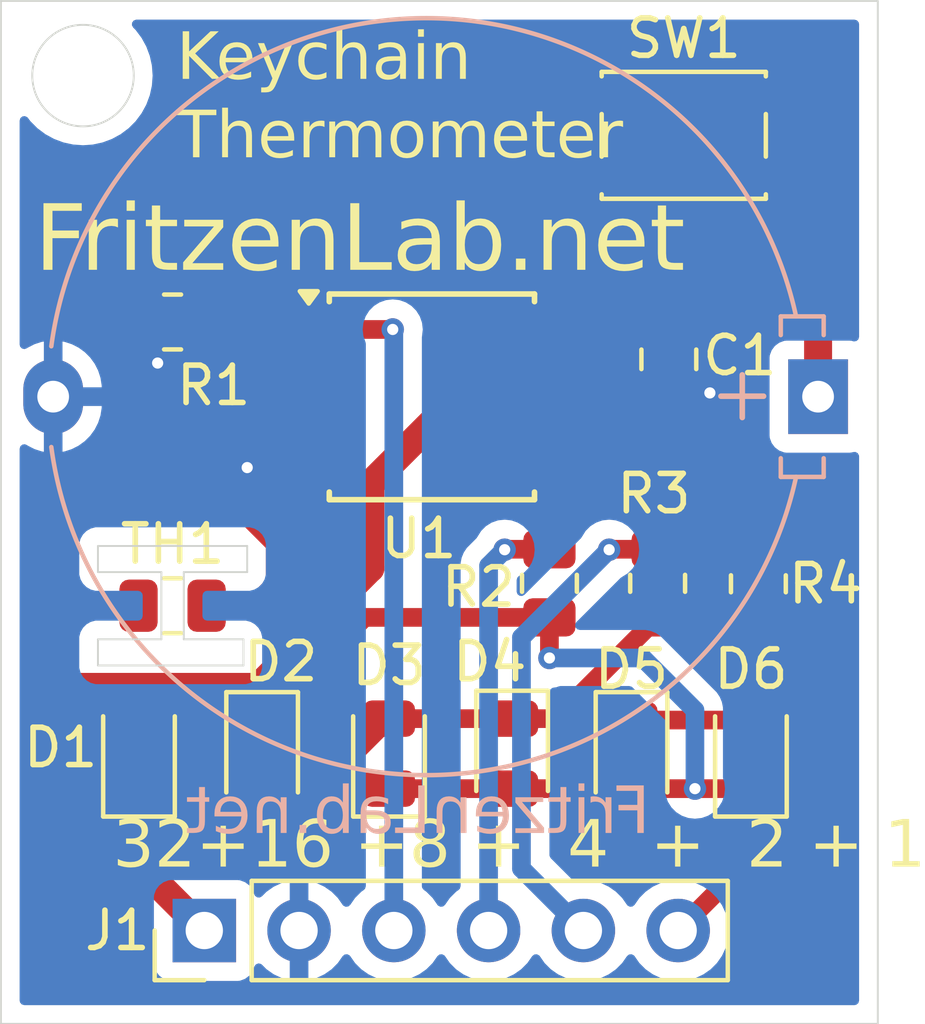
<source format=kicad_pcb>
(kicad_pcb (version 20240108) (generator "pcbnew") (generator_version "8.0")
  (layers (0 "F.Cu" signal) (31 "B.Cu" signal) (34 "B.Paste" user) (35 "F.Paste" user) (36 "B.SilkS" user "B.Silkscreen") (37 "F.SilkS" user "F.Silkscreen") (38 "B.Mask" user) (39 "F.Mask" user) (44 "Edge.Cuts" user))
  (net 0 "")
  (net 1 "GND")
  (net 2 "Net-(BT1-+)")
  (net 3 "VCC")
  (net 4 "Net-(D1-K)")
  (net 5 "Net-(D1-A)")
  (net 6 "Net-(D3-K)")
  (net 7 "B")
  (net 8 "PB5-reset")
  (net 9 "A")
  (net 10 "C")
  (net 11 "Temp")
  (footprint "Capacitor_SMD:C_0805_2012Metric" (layer "F.Cu") (at 81.3 53.8 -90)
    (property "Reference" "C1" (at -0.1 -1.9 180) (layer "F.SilkS"))
    (property "Value" "100n" (hide yes))
    (fp_line (start -0.261252 0.735) (end 0.261252 0.735) (stroke (width 0.12)) (layer "F.SilkS"))
    (fp_line (start -0.261252 -0.735) (end 0.261252 -0.735) (stroke (width 0.12)) (layer "F.SilkS"))
    (pad "1" smd roundrect (at -0.95 0 270) (size 1 1.45) (layers "F.Cu" "F.Paste" "F.Mask") (net 3 "VCC"))
    (pad "2" smd roundrect (at 0.95 0 270) (size 1 1.45) (layers "F.Cu" "F.Paste" "F.Mask") (net 1 "GND"))
  )
  (footprint "Resistor_SMD:R_0805_2012Metric" (layer "F.Cu") (at 78.1 59.8 90)
    (property "Reference" "R2" (at -0.1 -1.9 0) (layer "F.SilkS"))
    (property "Value" "1k" (hide yes))
    (fp_line (start -0.227064 -0.735) (end 0.227064 -0.735) (stroke (width 0.12)) (layer "F.SilkS"))
    (fp_line (start -0.227064 0.735) (end 0.227064 0.735) (stroke (width 0.12)) (layer "F.SilkS"))
    (pad "1" smd roundrect (at -0.9125 0 90) (size 1.025 1.4) (layers "F.Cu" "F.Paste" "F.Mask") (roundrect_rratio 0.243902) (net 5 "Net-(D1-A)"))
    (pad "2" smd roundrect (at 0.9125 0 90) (size 1.025 1.4) (layers "F.Cu" "F.Paste" "F.Mask") (roundrect_rratio 0.243902) (net 9 "A"))
  )
  (footprint "LED_SMD:LED_0805_2012Metric" (layer "F.Cu") (at 73.8 64.3625 90)
    (property "Reference" "D3" (at 2.3625 0 0) (layer "F.SilkS"))
    (property "Value" "LED" (hide yes))
    (fp_line (start 1 -0.96) (end -1.685 -0.96) (stroke (width 0.12)) (layer "F.SilkS"))
    (fp_line (start -1.685 -0.96) (end -1.685 0.96) (stroke (width 0.12)) (layer "F.SilkS"))
    (fp_line (start -1.685 0.96) (end 1 0.96) (stroke (width 0.12)) (layer "F.SilkS"))
    (pad "1" smd roundrect (at -0.9375 0 90) (size 0.975 1.4) (layers "F.Cu" "F.Paste" "F.Mask") (net 6 "Net-(D3-K)"))
    (pad "2" smd roundrect (at 0.9375 0 90) (size 0.975 1.4) (layers "F.Cu" "F.Paste" "F.Mask") (net 4 "Net-(D1-K)"))
  )
  (footprint "LED_SMD:LED_0805_2012Metric" (layer "F.Cu") (at 70.4 64.4 -90)
    (property "Reference" "D2" (at -2.5 -0.5 180) (layer "F.SilkS"))
    (property "Value" "LED" (hide yes))
    (fp_line (start -1.685 0.96) (end 1 0.96) (stroke (width 0.12)) (layer "F.SilkS"))
    (fp_line (start -1.685 -0.96) (end -1.685 0.96) (stroke (width 0.12)) (layer "F.SilkS"))
    (fp_line (start 1 -0.96) (end -1.685 -0.96) (stroke (width 0.12)) (layer "F.SilkS"))
    (pad "1" smd roundrect (at -0.9375 0 270) (size 0.975 1.4) (layers "F.Cu" "F.Paste" "F.Mask") (net 5 "Net-(D1-A)"))
    (pad "2" smd roundrect (at 0.9375 0 270) (size 0.975 1.4) (layers "F.Cu" "F.Paste" "F.Mask") (net 4 "Net-(D1-K)"))
  )
  (footprint "LED_SMD:LED_0805_2012Metric" (layer "F.Cu") (at 80.3 64.4 -90)
    (property "Reference" "D5" (at -2.3 0 180) (layer "F.SilkS"))
    (property "Value" "LED" (hide yes))
    (fp_line (start -1.685 0.96) (end 1 0.96) (stroke (width 0.12)) (layer "F.SilkS"))
    (fp_line (start -1.685 -0.96) (end -1.685 0.96) (stroke (width 0.12)) (layer "F.SilkS"))
    (fp_line (start 1 -0.96) (end -1.685 -0.96) (stroke (width 0.12)) (layer "F.SilkS"))
    (pad "1" smd roundrect (at -0.9375 0 270) (size 0.975 1.4) (layers "F.Cu" "F.Paste" "F.Mask") (net 6 "Net-(D3-K)"))
    (pad "2" smd roundrect (at 0.9375 0 270) (size 0.975 1.4) (layers "F.Cu" "F.Paste" "F.Mask") (net 5 "Net-(D1-A)"))
  )
  (footprint "Resistor_SMD:R_0805_2012Metric" (layer "F.Cu") (at 83.7 59.8125 -90)
    (property "Reference" "R4" (at 0 -1.8 180) (layer "F.SilkS"))
    (property "Value" "1k" (hide yes))
    (fp_line (start -0.227064 0.735) (end 0.227064 0.735) (stroke (width 0.12)) (layer "F.SilkS"))
    (fp_line (start -0.227064 -0.735) (end 0.227064 -0.735) (stroke (width 0.12)) (layer "F.SilkS"))
    (pad "1" smd roundrect (at -0.9125 0 270) (size 1.025 1.4) (layers "F.Cu" "F.Paste" "F.Mask") (roundrect_rratio 0.243902) (net 10 "C"))
    (pad "2" smd roundrect (at 0.9125 0 270) (size 1.025 1.4) (layers "F.Cu" "F.Paste" "F.Mask") (roundrect_rratio 0.243902) (net 6 "Net-(D3-K)"))
  )
  (footprint "LED_SMD:LED_0805_2012Metric" (layer "F.Cu") (at 83.5 64.3625 90)
    (property "Reference" "D6" (at 2.2625 0 0) (layer "F.SilkS"))
    (property "Value" "LED" (hide yes))
    (fp_line (start 1 -0.96) (end -1.685 -0.96) (stroke (width 0.12)) (layer "F.SilkS"))
    (fp_line (start -1.685 -0.96) (end -1.685 0.96) (stroke (width 0.12)) (layer "F.SilkS"))
    (fp_line (start -1.685 0.96) (end 1 0.96) (stroke (width 0.12)) (layer "F.SilkS"))
    (pad "1" smd roundrect (at -0.9375 0 90) (size 0.975 1.4) (layers "F.Cu" "F.Paste" "F.Mask") (net 5 "Net-(D1-A)"))
    (pad "2" smd roundrect (at 0.9375 0 90) (size 0.975 1.4) (layers "F.Cu" "F.Paste" "F.Mask") (net 6 "Net-(D3-K)"))
  )
  (footprint "Resistor_SMD:R_0805_2012Metric" (layer "F.Cu") (at 68 60.4)
    (property "Reference" "TH1" (at 0 -1.65 0) (layer "F.SilkS"))
    (property "Value" "10k" (hide yes))
    (fp_line (start -0.227064 -0.735) (end 0.227064 -0.735) (stroke (width 0.12)) (layer "F.SilkS"))
    (fp_line (start -0.227064 0.735) (end 0.227064 0.735) (stroke (width 0.12)) (layer "F.SilkS"))
    (pad "1" smd roundrect (at -0.9125 0) (size 1.025 1.4) (layers "F.Cu" "F.Paste" "F.Mask") (roundrect_rratio 0.243902) (net 3 "VCC"))
    (pad "2" smd roundrect (at 0.9125 0) (size 1.025 1.4) (layers "F.Cu" "F.Paste" "F.Mask") (roundrect_rratio 0.243902) (net 11 "Temp"))
  )
  (footprint "Connector_PinHeader_2.54mm:PinHeader_1x06_P2.54mm_Vertical" (layer "F.Cu") (at 68.85 69.1 90)
    (property "Reference" "J1" (at 0 -2.33 0) (layer "F.SilkS"))
    (property "Value" "Conn_01x06_Pin" (hide yes))
    (fp_line (start -1.33 -1.33) (end 0 -1.33) (stroke (width 0.12)) (layer "F.SilkS"))
    (fp_line (start -1.33 0) (end -1.33 -1.33) (stroke (width 0.12)) (layer "F.SilkS"))
    (fp_line (start 1.33 1.27) (end 1.33 14.03) (stroke (width 0.12)) (layer "F.SilkS"))
    (fp_line (start -1.33 1.27) (end 1.33 1.27) (stroke (width 0.12)) (layer "F.SilkS"))
    (fp_line (start -1.33 1.27) (end -1.33 14.03) (stroke (width 0.12)) (layer "F.SilkS"))
    (fp_line (start -1.33 14.03) (end 1.33 14.03) (stroke (width 0.12)) (layer "F.SilkS"))
    (pad "1" thru_hole rect (at 0 0 90) (size 1.7 1.7) (drill 1) (layers "*.Cu" "*.Mask") (net 3 "VCC"))
    (pad "2" thru_hole oval (at 0 2.54 90) (size 1.7 1.7) (drill 1) (layers "*.Cu" "*.Mask") (net 1 "GND"))
    (pad "3" thru_hole oval (at 0 5.08 90) (size 1.7 1.7) (drill 1) (layers "*.Cu" "*.Mask") (net 8 "PB5-reset"))
    (pad "4" thru_hole oval (at 0 7.62 90) (size 1.7 1.7) (drill 1) (layers "*.Cu" "*.Mask") (net 9 "A"))
    (pad "5" thru_hole oval (at 0 10.16 90) (size 1.7 1.7) (drill 1) (layers "*.Cu" "*.Mask") (net 7 "B"))
    (pad "6" thru_hole oval (at 0 12.7 90) (size 1.7 1.7) (drill 1) (layers "*.Cu" "*.Mask") (net 10 "C"))
  )
  (footprint "Resistor_SMD:R_0805_2012Metric" (layer "F.Cu") (at 68 52.8 180)
    (property "Reference" "R1" (at -1.1 -1.7 180) (layer "F.SilkS"))
    (property "Value" "10k" (hide yes))
    (fp_line (start -0.227064 0.735) (end 0.227064 0.735) (stroke (width 0.12)) (layer "F.SilkS"))
    (fp_line (start -0.227064 -0.735) (end 0.227064 -0.735) (stroke (width 0.12)) (layer "F.SilkS"))
    (pad "1" smd roundrect (at -0.9125 0 180) (size 1.025 1.4) (layers "F.Cu" "F.Paste" "F.Mask") (roundrect_rratio 0.243902) (net 11 "Temp"))
    (pad "2" smd roundrect (at 0.9125 0 180) (size 1.025 1.4) (layers "F.Cu" "F.Paste" "F.Mask") (roundrect_rratio 0.243902) (net 1 "GND"))
  )
  (footprint "LED_SMD:LED_0805_2012Metric" (layer "F.Cu") (at 77.1 64.3625 -90)
    (property "Reference" "D4" (at -2.4625 0.6 180) (layer "F.SilkS"))
    (property "Value" "LED" (hide yes))
    (fp_line (start -1.685 0.96) (end 1 0.96) (stroke (width 0.12)) (layer "F.SilkS"))
    (fp_line (start -1.685 -0.96) (end -1.685 0.96) (stroke (width 0.12)) (layer "F.SilkS"))
    (fp_line (start 1 -0.96) (end -1.685 -0.96) (stroke (width 0.12)) (layer "F.SilkS"))
    (pad "1" smd roundrect (at -0.9375 0 270) (size 0.975 1.4) (layers "F.Cu" "F.Paste" "F.Mask") (net 4 "Net-(D1-K)"))
    (pad "2" smd roundrect (at 0.9375 0 270) (size 0.975 1.4) (layers "F.Cu" "F.Paste" "F.Mask") (net 6 "Net-(D3-K)"))
  )
  (footprint "Resistor_SMD:R_0805_2012Metric" (layer "F.Cu") (at 81 59.8 90)
    (property "Reference" "R3" (at 2.4 -0.1 0) (layer "F.SilkS"))
    (property "Value" "1k" (hide yes))
    (fp_line (start -0.227064 -0.735) (end 0.227064 -0.735) (stroke (width 0.12)) (layer "F.SilkS"))
    (fp_line (start -0.227064 0.735) (end 0.227064 0.735) (stroke (width 0.12)) (layer "F.SilkS"))
    (pad "1" smd roundrect (at -0.9125 0 90) (size 1.025 1.4) (layers "F.Cu" "F.Paste" "F.Mask") (roundrect_rratio 0.243902) (net 4 "Net-(D1-K)"))
    (pad "2" smd roundrect (at 0.9125 0 90) (size 1.025 1.4) (layers "F.Cu" "F.Paste" "F.Mask") (roundrect_rratio 0.243902) (net 7 "B"))
  )
  (footprint "Button_Switch_SMD:SW_SPST_PTS810" (layer "F.Cu") (at 81.7 47.8)
    (property "Reference" "SW1" (at 0 -2.6 0) (layer "F.SilkS"))
    (property "Value" "SW_Push_Dual" (hide yes))
    (fp_line (start -2.2 -1.7) (end -2.2 -1.58) (stroke (width 0.12)) (layer "F.SilkS"))
    (fp_line (start -2.2 -0.57) (end -2.2 0.57) (stroke (width 0.12)) (layer "F.SilkS"))
    (fp_line (start -2.2 1.58) (end -2.2 1.7) (stroke (width 0.12)) (layer "F.SilkS"))
    (fp_line (start -2.2 1.7) (end 2.2 1.7) (stroke (width 0.12)) (layer "F.SilkS"))
    (fp_line (start 2.2 -1.7) (end -2.2 -1.7) (stroke (width 0.12)) (layer "F.SilkS"))
    (fp_line (start 2.2 -1.58) (end 2.2 -1.7) (stroke (width 0.12)) (layer "F.SilkS"))
    (fp_line (start 2.2 0.57) (end 2.2 -0.57) (stroke (width 0.12)) (layer "F.SilkS"))
    (fp_line (start 2.2 1.7) (end 2.2 1.58) (stroke (width 0.12)) (layer "F.SilkS"))
    (pad "1" smd rect (at -2.075 -1.075) (size 1.05 0.65) (layers "F.Cu" "F.Paste" "F.Mask") (net 2 "Net-(BT1-+)"))
    (pad "1" smd rect (at 2.075 -1.075) (size 1.05 0.65) (layers "F.Cu" "F.Paste" "F.Mask") (net 2 "Net-(BT1-+)"))
    (pad "2" smd rect (at -2.075 1.075) (size 1.05 0.65) (layers "F.Cu" "F.Paste" "F.Mask") (net 3 "VCC"))
    (pad "2" smd rect (at 2.075 1.075) (size 1.05 0.65) (layers "F.Cu" "F.Paste" "F.Mask") (net 3 "VCC"))
  )
  (footprint "LED_SMD:LED_0805_2012Metric" (layer "F.Cu") (at 67.1 64.3625 90)
    (property "Reference" "D1" (at 0.1625 -2.1 0) (layer "F.SilkS"))
    (property "Value" "LED" (hide yes))
    (fp_line (start 1 -0.96) (end -1.685 -0.96) (stroke (width 0.12)) (layer "F.SilkS"))
    (fp_line (start -1.685 -0.96) (end -1.685 0.96) (stroke (width 0.12)) (layer "F.SilkS"))
    (fp_line (start -1.685 0.96) (end 1 0.96) (stroke (width 0.12)) (layer "F.SilkS"))
    (pad "1" smd roundrect (at -0.9375 0 90) (size 0.975 1.4) (layers "F.Cu" "F.Paste" "F.Mask") (net 4 "Net-(D1-K)"))
    (pad "2" smd roundrect (at 0.9375 0 90) (size 0.975 1.4) (layers "F.Cu" "F.Paste" "F.Mask") (net 5 "Net-(D1-A)"))
  )
  (footprint "Package_SO:SOIC-8W_5.3x5.3mm_P1.27mm" (layer "F.Cu") (at 74.95 54.805)
    (property "Reference" "U1" (at -0.35 3.795 0) (layer "F.SilkS"))
    (property "Value" "ATtiny85V-10S" (hide yes))
    (fp_line (start -2.75 -2.755) (end -2.75 -2.55) (stroke (width 0.15)) (layer "F.SilkS"))
    (fp_line (start -2.75 -2.755) (end 2.75 -2.755) (stroke (width 0.15)) (layer "F.SilkS"))
    (fp_line (start -2.75 2.755) (end -2.75 2.55) (stroke (width 0.15)) (layer "F.SilkS"))
    (fp_line (start -2.75 2.755) (end 2.75 2.755) (stroke (width 0.15)) (layer "F.SilkS"))
    (fp_line (start 2.75 -2.755) (end 2.75 -2.55) (stroke (width 0.15)) (layer "F.SilkS"))
    (fp_line (start 2.75 2.755) (end 2.75 2.55) (stroke (width 0.15)) (layer "F.SilkS"))
    (fp_poly (pts (xy -3.3 -2.5) (xy -3.54 -2.83) (xy -3.06 -2.83) (xy -3.3 -2.5)) (stroke (width 0.12)) (fill solid) (layer "F.SilkS"))
    (pad "1" smd rect (at -3.65 -1.905) (size 1.7 0.65) (layers "F.Cu" "F.Paste" "F.Mask") (net 8 "PB5-reset"))
    (pad "2" smd rect (at -3.65 -0.635) (size 1.7 0.65) (layers "F.Cu" "F.Paste" "F.Mask") (net 11 "Temp"))
    (pad "3" smd rect (at -3.65 0.635) (size 1.7 0.65) (layers "F.Cu" "F.Paste" "F.Mask"))
    (pad "4" smd rect (at -3.65 1.905) (size 1.7 0.65) (layers "F.Cu" "F.Paste" "F.Mask") (net 1 "GND"))
    (pad "5" smd rect (at 3.65 1.905) (size 1.7 0.65) (layers "F.Cu" "F.Paste" "F.Mask") (net 9 "A"))
    (pad "6" smd rect (at 3.65 0.635) (size 1.7 0.65) (layers "F.Cu" "F.Paste" "F.Mask") (net 7 "B"))
    (pad "7" smd rect (at 3.65 -0.635) (size 1.7 0.65) (layers "F.Cu" "F.Paste" "F.Mask") (net 10 "C"))
    (pad "8" smd rect (at 3.65 -1.905) (size 1.7 0.65) (layers "F.Cu" "F.Paste" "F.Mask") (net 3 "VCC"))
  )
  (footprint "Battery:Battery_Panasonic_CR2032-HFN_Horizontal_CircularHoles" (layer "B.Cu") (at 85.3 54.8 180)
    (property "Reference" "BT1" (hide yes))
    (property "Value" "Battery_Cell" (hide yes))
    (fp_line (start 1 2.15) (end -0.15 2.15) (stroke (width 0.12)) (layer "B.SilkS"))
    (fp_line (start 1 1.65) (end 1 2.15) (stroke (width 0.12)) (layer "B.SilkS"))
    (fp_line (start 1 -1.65) (end 1 -2.15) (stroke (width 0.12)) (layer "B.SilkS"))
    (fp_line (start 1 -2.15) (end -0.15 -2.15) (stroke (width 0.12)) (layer "B.SilkS"))
    (fp_line (start -0.15 1.65) (end -0.15 2.15) (stroke (width 0.12)) (layer "B.SilkS"))
    (fp_line (start -0.15 -1.65) (end -0.15 -2.15) (stroke (width 0.12)) (layer "B.SilkS"))
    (fp_arc (start 20.55 1.35) (mid 10.905879 10.130166) (end 0.59 2.15) (stroke (width 0.12)) (layer "B.SilkS"))
    (fp_arc (start 0.59 -2.15) (mid 10.905879 -10.130166) (end 20.55 -1.35) (stroke (width 0.12)) (layer "B.SilkS"))
    (fp_text user "+" (at 2.032 0.127 180) (layer "B.SilkS") (effects (font (size 1.5 1.5)) (justify mirror)))
    (pad "1" thru_hole rect (at 0 0 180) (size 1.6 2) (drill 0.85) (layers "*.Cu" "*.Mask") (net 2 "Net-(BT1-+)"))
    (pad "2" thru_hole oval (at 20.5 0 180) (size 1.6 2) (drill 0.85) (layers "*.Cu" "*.Mask") (net 1 "GND"))
  )
  (gr_line (start 70 58.8) (end 70 59.5) (stroke (width 0.05)) (layer "Edge.Cuts"))
  (gr_line (start 67.7 61.3) (end 67.7 59.5) (stroke (width 0.05)) (layer "Edge.Cuts"))
  (gr_line (start 70 59.5) (end 68.3 59.5) (stroke (width 0.05)) (layer "Edge.Cuts"))
  (gr_line (start 68.3 61.3) (end 69.9 61.3) (stroke (width 0.05)) (layer "Edge.Cuts"))
  (gr_line (start 67.7 59.5) (end 66 59.5) (stroke (width 0.05)) (layer "Edge.Cuts"))
  (gr_line (start 68.3 59.5) (end 68.3 61.3) (stroke (width 0.05)) (layer "Edge.Cuts"))
  (gr_line (start 69.9 62) (end 66 62) (stroke (width 0.05)) (layer "Edge.Cuts"))
  (gr_line (start 69.9 61.3) (end 69.9 62) (stroke (width 0.05)) (layer "Edge.Cuts"))
  (gr_line (start 66 59.5) (end 66 58.8) (stroke (width 0.05)) (layer "Edge.Cuts"))
  (gr_line (start 66 61.3) (end 67.7 61.3) (stroke (width 0.05)) (layer "Edge.Cuts"))
  (gr_rect (start 63.4 44.2) (end 86.9 71.6) (stroke (width 0.05)) (fill none) (layer "Edge.Cuts"))
  (gr_line (start 66 58.8) (end 70 58.8) (stroke (width 0.05)) (layer "Edge.Cuts"))
  (gr_circle (center 65.6 46.2) (end 66.4 47.3) (stroke (width 0.05)) (fill none) (layer "Edge.Cuts"))
  (gr_line (start 66 62) (end 66 61.3) (stroke (width 0.05)) (layer "Edge.Cuts"))
  (gr_text "FritzenLab.net" (at 80.8 66.7 0) (layer "B.SilkS") (effects (font (size 1.25 1.25)) (justify left bottom mirror)))
  (gr_text "Keychain\nThermometer" (at 68.1 48.6 0) (layer "F.SilkS") (effects (font (size 1.25 1.25)) (justify left bottom)))
  (gr_text "32+16 +8 +  4  +  2 + 1" (at 66.4 67.6 0) (layer "F.SilkS") (effects (font (size 1.25 1.25)) (justify left bottom)))
  (gr_text "FritzenLab.net" (at 64.3 51.7 0) (layer "F.SilkS") (effects (font (size 1.75 1.75)) (justify left bottom)))
  (segment (start 67.6 53.9) (end 67.6 53.3125) (width 0.5) (layer "F.Cu") (net 1))
  (segment (start 70 56.7) (end 71.29 56.7) (width 0.5) (layer "F.Cu") (net 1))
  (segment (start 67.6 53.3125) (end 67.0875 52.8) (width 0.5) (layer "F.Cu") (net 1))
  (segment (start 82.4 54.7) (end 81.35 54.7) (width 0.5) (layer "F.Cu") (net 1))
  (segment (start 71.29 56.7) (end 71.3 56.71) (width 0.5) (layer "F.Cu") (net 1))
  (segment (start 81.35 54.7) (end 81.3 54.75) (width 0.5) (layer "F.Cu") (net 1))
  (via (at 82.4 54.7) (size 0.6) (drill 0.3) (layers "F.Cu" "B.Cu") (net 1))
  (via (at 70 56.7) (size 0.6) (drill 0.3) (layers "F.Cu" "B.Cu") (net 1))
  (via (at 67.6 53.9) (size 0.6) (drill 0.3) (layers "F.Cu" "B.Cu") (net 1))
  (segment (start 83.775 46.725) (end 79.625 46.725) (width 0.75) (layer "F.Cu") (net 2))
  (segment (start 85.3 54.8) (end 85.3 48.25) (width 0.75) (layer "F.Cu") (net 2))
  (segment (start 85.3 48.25) (end 83.775 46.725) (width 0.75) (layer "F.Cu") (net 2))
  (segment (start 64.8 62.5) (end 64.8 65.05) (width 0.75) (layer "F.Cu") (net 3))
  (segment (start 78.6 52.9) (end 77.545 52.9) (width 0.75) (layer "F.Cu") (net 3))
  (segment (start 70.245774 62.45) (end 64.85 62.45) (width 0.5) (layer "F.Cu") (net 3))
  (segment (start 83.775 51.325) (end 82.25 52.85) (width 0.75) (layer "F.Cu") (net 3))
  (segment (start 78.6 52.9) (end 81.25 52.9) (width 0.75) (layer "F.Cu") (net 3))
  (segment (start 65.3 60.4) (end 64.8 60.9) (width 0.75) (layer "F.Cu") (net 3))
  (segment (start 79.625 48.875) (end 83.775 48.875) (width 0.75) (layer "F.Cu") (net 3))
  (segment (start 73.295774 59.4) (end 71.697887 60.997887) (width 0.75) (layer "F.Cu") (net 3))
  (segment (start 81.25 52.9) (end 81.3 52.85) (width 0.75) (layer "F.Cu") (net 3))
  (segment (start 82.25 52.85) (end 81.3 52.85) (width 0.75) (layer "F.Cu") (net 3))
  (segment (start 73.3 57.145) (end 73.3 59.4) (width 0.75) (layer "F.Cu") (net 3))
  (segment (start 64.85 62.45) (end 64.8 62.5) (width 0.5) (layer "F.Cu") (net 3))
  (segment (start 66 60.4) (end 65.3 60.4) (width 0.75) (layer "F.Cu") (net 3))
  (segment (start 77.545 52.9) (end 73.3 57.145) (width 0.75) (layer "F.Cu") (net 3))
  (segment (start 64.8 60.9) (end 64.8 62.5) (width 0.75) (layer "F.Cu") (net 3))
  (segment (start 64.8 65.05) (end 68.85 69.1) (width 0.75) (layer "F.Cu") (net 3))
  (segment (start 71.697887 60.997887) (end 70.245774 62.45) (width 0.5) (layer "F.Cu") (net 3))
  (segment (start 67.0875 60.4) (end 66 60.4) (width 0.75) (layer "F.Cu") (net 3))
  (segment (start 73.3 59.4) (end 73.295774 59.4) (width 0.75) (layer "F.Cu") (net 3))
  (segment (start 83.775 48.875) (end 83.775 51.325) (width 0.75) (layer "F.Cu") (net 3))
  (segment (start 70.3625 65.3) (end 70.4 65.3375) (width 0.5) (layer "F.Cu") (net 4))
  (segment (start 78.2875 63.425) (end 81 60.7125) (width 0.5) (layer "F.Cu") (net 4))
  (segment (start 77.1 63.425) (end 78.2875 63.425) (width 0.5) (layer "F.Cu") (net 4))
  (segment (start 67.1 65.3) (end 70.3625 65.3) (width 0.5) (layer "F.Cu") (net 4))
  (segment (start 70.4 65.3375) (end 71.8875 65.3375) (width 0.5) (layer "F.Cu") (net 4))
  (segment (start 71.8875 65.3375) (end 73.8 63.425) (width 0.5) (layer "F.Cu") (net 4))
  (segment (start 73.8 63.425) (end 77.1 63.425) (width 0.5) (layer "F.Cu") (net 4))
  (segment (start 78.1 60.7125) (end 73.15 60.7125) (width 0.5) (layer "F.Cu") (net 5))
  (segment (start 70.4 63.4625) (end 67.1375 63.4625) (width 0.5) (layer "F.Cu") (net 5))
  (segment (start 82 65.3) (end 80.3375 65.3) (width 0.5) (layer "F.Cu") (net 5))
  (segment (start 67.1375 63.4625) (end 67.1 63.425) (width 0.5) (layer "F.Cu") (net 5))
  (segment (start 78.1 61.1) (end 78.1 61.8) (width 0.5) (layer "F.Cu") (net 5))
  (segment (start 80.3375 65.3) (end 80.3 65.3375) (width 0.5) (layer "F.Cu") (net 5))
  (segment (start 83.5 65.3) (end 82 65.3) (width 0.5) (layer "F.Cu") (net 5))
  (segment (start 73.15 60.7125) (end 70.4 63.4625) (width 0.5) (layer "F.Cu") (net 5))
  (segment (start 78.1 60.7125) (end 78.1 61.1) (width 0.5) (layer "F.Cu") (net 5))
  (via (at 78.1 61.8) (size 0.6) (drill 0.3) (layers "F.Cu" "B.Cu") (net 5))
  (via (at 82 65.3) (size 0.6) (drill 0.3) (layers "F.Cu" "B.Cu") (net 5))
  (segment (start 78.1 61.8) (end 80.6 61.8) (width 0.5) (layer "B.Cu") (net 5))
  (segment (start 80.6 61.8) (end 82 63.2) (width 0.5) (layer "B.Cu") (net 5))
  (segment (start 82 63.2) (end 82 65.3) (width 0.5) (layer "B.Cu") (net 5))
  (segment (start 83.4625 63.4625) (end 83.5 63.425) (width 0.5) (layer "F.Cu") (net 6))
  (segment (start 83.5 60.925) (end 83.7 60.725) (width 0.5) (layer "F.Cu") (net 6))
  (segment (start 78.4625 65.3) (end 80.3 63.4625) (width 0.5) (layer "F.Cu") (net 6))
  (segment (start 77.1 65.3) (end 78.4625 65.3) (width 0.5) (layer "F.Cu") (net 6))
  (segment (start 83.5 63.425) (end 83.5 60.925) (width 0.5) (layer "F.Cu") (net 6))
  (segment (start 73.8 65.3) (end 77.1 65.3) (width 0.5) (layer "F.Cu") (net 6))
  (segment (start 80.3 63.4625) (end 83.4625 63.4625) (width 0.5) (layer "F.Cu") (net 6))
  (segment (start 81 58.8875) (end 79.7125 58.8875) (width 0.5) (layer "F.Cu") (net 7))
  (segment (start 79.7125 58.8875) (end 79.7 58.9) (width 0.5) (layer "F.Cu") (net 7))
  (segment (start 78.6 55.44) (end 79.25005 55.44) (width 0.5) (layer "F.Cu") (net 7))
  (segment (start 79.25005 55.44) (end 81 57.18995) (width 0.5) (layer "F.Cu") (net 7))
  (segment (start 81 57.18995) (end 81 58.8875) (width 0.5) (layer "F.Cu") (net 7))
  (via (at 79.7 58.9) (size 0.6) (drill 0.3) (layers "F.Cu" "B.Cu") (net 7))
  (segment (start 77.35 61.25) (end 77.35 67.44) (width 0.5) (layer "B.Cu") (net 7))
  (segment (start 79.7 58.9) (end 77.35 61.25) (width 0.5) (layer "B.Cu") (net 7))
  (segment (start 77.35 67.44) (end 79.01 69.1) (width 0.5) (layer "B.Cu") (net 7))
  (segment (start 71.4 53) (end 71.3 52.9) (width 0.5) (layer "F.Cu") (net 8))
  (segment (start 73.9 53) (end 71.4 53) (width 0.5) (layer "F.Cu") (net 8))
  (via (at 73.9 53) (size 0.6) (drill 0.3) (layers "F.Cu" "B.Cu") (net 8))
  (segment (start 73.93 53.03) (end 73.9 53) (width 0.5) (layer "B.Cu") (net 8))
  (segment (start 73.93 69.1) (end 73.93 53.03) (width 0.5) (layer "B.Cu") (net 8))
  (segment (start 78.1 58.8875) (end 76.9125 58.8875) (width 0.5) (layer "F.Cu") (net 9))
  (segment (start 78.6 56.71) (end 78.6 58.3875) (width 0.5) (layer "F.Cu") (net 9))
  (segment (start 76.9125 58.8875) (end 76.9 58.9) (width 0.5) (layer "F.Cu") (net 9))
  (segment (start 78.6 58.3875) (end 78.1 58.8875) (width 0.5) (layer "F.Cu") (net 9))
  (via (at 76.9 58.9) (size 0.6) (drill 0.3) (layers "F.Cu" "B.Cu") (net 9))
  (segment (start 76.47 59.33) (end 76.47 69.1) (width 0.5) (layer "B.Cu") (net 9))
  (segment (start 76.9 58.9) (end 76.47 59.33) (width 0.5) (layer "B.Cu") (net 9))
  (segment (start 79.405 54.17) (end 79.9 54.665) (width 0.5) (layer "F.Cu") (net 10))
  (segment (start 84.85 60.05) (end 84.85 65.8) (width 0.5) (layer "F.Cu") (net 10))
  (segment (start 79.9 54.665) (end 79.9 55.1) (width 0.5) (layer "F.Cu") (net 10))
  (segment (start 79.9 55.1) (end 83.7 58.9) (width 0.5) (layer "F.Cu") (net 10))
  (segment (start 83.7 58.9) (end 84.85 60.05) (width 0.5) (layer "F.Cu") (net 10))
  (segment (start 78.6 54.17) (end 79.405 54.17) (width 0.5) (layer "F.Cu") (net 10))
  (segment (start 84.85 65.8) (end 81.55 69.1) (width 0.5) (layer "F.Cu") (net 10))
  (segment (start 70.2825 54.17) (end 71.3 54.17) (width 0.5) (layer "F.Cu") (net 11))
  (segment (start 68.9125 52.8) (end 70.2825 54.17) (width 0.5) (layer "F.Cu") (net 11))
  (segment (start 71.3 54.17) (end 69.95 54.17) (width 0.5) (layer "F.Cu") (net 11))
  (segment (start 70.75 59.81066) (end 70.16066 60.4) (width 0.5) (layer "F.Cu") (net 11))
  (segment (start 70.16066 60.4) (end 69.05 60.4) (width 0.5) (layer "F.Cu") (net 11))
  (segment (start 69.95 54.17) (end 68.9125 55.2075) (width 0.5) (layer "F.Cu") (net 11))
  (segment (start 68.9125 55.2075) (end 68.9125 56.9125) (width 0.5) (layer "F.Cu") (net 11))
  (segment (start 70.75 58.75) (end 70.75 59.81066) (width 0.5) (layer "F.Cu") (net 11))
  (segment (start 68.9125 56.9125) (end 70.75 58.75) (width 0.5) (layer "F.Cu") (net 11))
  (zone (net 1) (net_name "GND") (layer "B.Cu") (connect_pads (clearance 0.5)) (min_thickness 0.25) (fill yes (thermal_gap 0.5) (thermal_bridge_width 0.5))
    (polygon (pts (xy 63.8 44.5) (xy 63.8 71.1) (xy 86.4 71.1) (xy 86.4 44.5) (xy 63.9 44.4)))
  )
)
</source>
